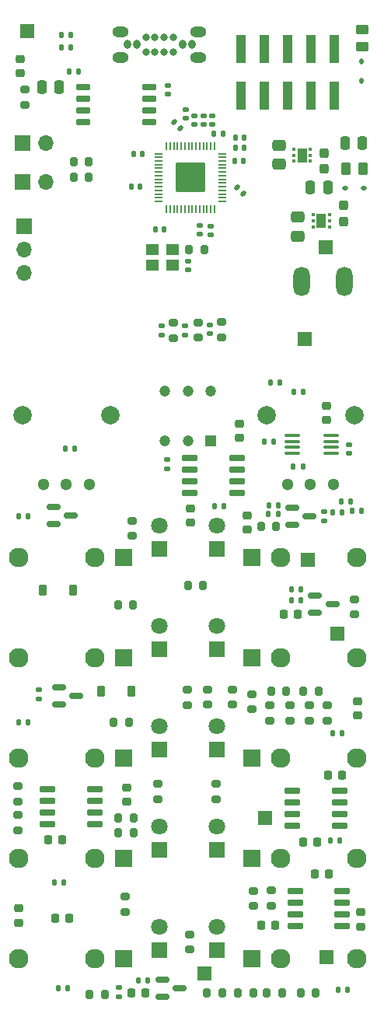
<source format=gbr>
%TF.GenerationSoftware,KiCad,Pcbnew,7.0.10-7.0.10~ubuntu22.04.1*%
%TF.CreationDate,2024-03-13T10:21:15+00:00*%
%TF.ProjectId,useq1,75736571-312e-46b6-9963-61645f706362,rev?*%
%TF.SameCoordinates,Original*%
%TF.FileFunction,Soldermask,Top*%
%TF.FilePolarity,Negative*%
%FSLAX46Y46*%
G04 Gerber Fmt 4.6, Leading zero omitted, Abs format (unit mm)*
G04 Created by KiCad (PCBNEW 7.0.10-7.0.10~ubuntu22.04.1) date 2024-03-13 10:21:15*
%MOMM*%
%LPD*%
G01*
G04 APERTURE LIST*
G04 Aperture macros list*
%AMRoundRect*
0 Rectangle with rounded corners*
0 $1 Rounding radius*
0 $2 $3 $4 $5 $6 $7 $8 $9 X,Y pos of 4 corners*
0 Add a 4 corners polygon primitive as box body*
4,1,4,$2,$3,$4,$5,$6,$7,$8,$9,$2,$3,0*
0 Add four circle primitives for the rounded corners*
1,1,$1+$1,$2,$3*
1,1,$1+$1,$4,$5*
1,1,$1+$1,$6,$7*
1,1,$1+$1,$8,$9*
0 Add four rect primitives between the rounded corners*
20,1,$1+$1,$2,$3,$4,$5,0*
20,1,$1+$1,$4,$5,$6,$7,0*
20,1,$1+$1,$6,$7,$8,$9,0*
20,1,$1+$1,$8,$9,$2,$3,0*%
G04 Aperture macros list end*
%ADD10RoundRect,0.150000X-0.587500X-0.150000X0.587500X-0.150000X0.587500X0.150000X-0.587500X0.150000X0*%
%ADD11RoundRect,0.200000X-0.275000X0.200000X-0.275000X-0.200000X0.275000X-0.200000X0.275000X0.200000X0*%
%ADD12RoundRect,0.135000X-0.135000X-0.185000X0.135000X-0.185000X0.135000X0.185000X-0.135000X0.185000X0*%
%ADD13RoundRect,0.250000X-0.450000X0.262500X-0.450000X-0.262500X0.450000X-0.262500X0.450000X0.262500X0*%
%ADD14RoundRect,0.135000X0.185000X-0.135000X0.185000X0.135000X-0.185000X0.135000X-0.185000X-0.135000X0*%
%ADD15RoundRect,0.135000X0.135000X0.185000X-0.135000X0.185000X-0.135000X-0.185000X0.135000X-0.185000X0*%
%ADD16RoundRect,0.225000X-0.225000X-0.250000X0.225000X-0.250000X0.225000X0.250000X-0.225000X0.250000X0*%
%ADD17RoundRect,0.150000X-0.725000X-0.150000X0.725000X-0.150000X0.725000X0.150000X-0.725000X0.150000X0*%
%ADD18RoundRect,0.200000X-0.200000X-0.275000X0.200000X-0.275000X0.200000X0.275000X-0.200000X0.275000X0*%
%ADD19RoundRect,0.200000X0.275000X-0.200000X0.275000X0.200000X-0.275000X0.200000X-0.275000X-0.200000X0*%
%ADD20RoundRect,0.140000X0.140000X0.170000X-0.140000X0.170000X-0.140000X-0.170000X0.140000X-0.170000X0*%
%ADD21R,1.700000X1.700000*%
%ADD22O,1.700000X1.700000*%
%ADD23RoundRect,0.200000X0.200000X0.275000X-0.200000X0.275000X-0.200000X-0.275000X0.200000X-0.275000X0*%
%ADD24RoundRect,0.140000X-0.170000X0.140000X-0.170000X-0.140000X0.170000X-0.140000X0.170000X0.140000X0*%
%ADD25R,1.500000X1.500000*%
%ADD26RoundRect,0.225000X-0.250000X0.225000X-0.250000X-0.225000X0.250000X-0.225000X0.250000X0.225000X0*%
%ADD27RoundRect,0.140000X0.170000X-0.140000X0.170000X0.140000X-0.170000X0.140000X-0.170000X-0.140000X0*%
%ADD28RoundRect,0.050000X-0.387500X-0.050000X0.387500X-0.050000X0.387500X0.050000X-0.387500X0.050000X0*%
%ADD29RoundRect,0.050000X-0.050000X-0.387500X0.050000X-0.387500X0.050000X0.387500X-0.050000X0.387500X0*%
%ADD30RoundRect,0.144000X-1.456000X-1.456000X1.456000X-1.456000X1.456000X1.456000X-1.456000X1.456000X0*%
%ADD31RoundRect,0.225000X0.250000X-0.225000X0.250000X0.225000X-0.250000X0.225000X-0.250000X-0.225000X0*%
%ADD32RoundRect,0.250000X-0.262500X-0.450000X0.262500X-0.450000X0.262500X0.450000X-0.262500X0.450000X0*%
%ADD33RoundRect,0.140000X0.219203X0.021213X0.021213X0.219203X-0.219203X-0.021213X-0.021213X-0.219203X0*%
%ADD34RoundRect,0.250000X-0.250000X-0.475000X0.250000X-0.475000X0.250000X0.475000X-0.250000X0.475000X0*%
%ADD35RoundRect,0.140000X-0.140000X-0.170000X0.140000X-0.170000X0.140000X0.170000X-0.140000X0.170000X0*%
%ADD36RoundRect,0.225000X-0.225000X-0.375000X0.225000X-0.375000X0.225000X0.375000X-0.225000X0.375000X0*%
%ADD37R,1.000000X3.150000*%
%ADD38RoundRect,0.250000X-0.475000X0.337500X-0.475000X-0.337500X0.475000X-0.337500X0.475000X0.337500X0*%
%ADD39RoundRect,0.093750X-0.093750X-0.106250X0.093750X-0.106250X0.093750X0.106250X-0.093750X0.106250X0*%
%ADD40R,1.000000X1.600000*%
%ADD41RoundRect,0.100000X-0.712500X-0.100000X0.712500X-0.100000X0.712500X0.100000X-0.712500X0.100000X0*%
%ADD42RoundRect,0.225000X0.225000X0.250000X-0.225000X0.250000X-0.225000X-0.250000X0.225000X-0.250000X0*%
%ADD43RoundRect,0.218750X-0.256250X0.218750X-0.256250X-0.218750X0.256250X-0.218750X0.256250X0.218750X0*%
%ADD44R,1.400000X1.200000*%
%ADD45RoundRect,0.237500X-0.237500X0.300000X-0.237500X-0.300000X0.237500X-0.300000X0.237500X0.300000X0*%
%ADD46RoundRect,0.112500X0.187500X0.112500X-0.187500X0.112500X-0.187500X-0.112500X0.187500X-0.112500X0*%
%ADD47RoundRect,0.112500X0.112500X-0.187500X0.112500X0.187500X-0.112500X0.187500X-0.112500X-0.187500X0*%
%ADD48RoundRect,0.150000X-0.650000X-0.150000X0.650000X-0.150000X0.650000X0.150000X-0.650000X0.150000X0*%
%ADD49RoundRect,0.140000X-0.219203X-0.021213X-0.021213X-0.219203X0.219203X0.021213X0.021213X0.219203X0*%
%ADD50O,1.800000X3.200000*%
%ADD51R,1.800000X1.800000*%
%ADD52C,1.800000*%
%ADD53R,1.830000X1.930000*%
%ADD54C,2.130000*%
%ADD55R,1.200000X1.200000*%
%ADD56C,1.200000*%
%ADD57C,2.000000*%
%ADD58C,1.300000*%
%ADD59O,1.800000X1.200000*%
%ADD60O,0.800000X1.000000*%
%ADD61C,0.800000*%
G04 APERTURE END LIST*
D10*
%TO.C,U6*%
X177275000Y-73600000D03*
X177275000Y-75500000D03*
X179150000Y-74550000D03*
%TD*%
D11*
%TO.C,R26*%
X169050000Y-103725000D03*
X169050000Y-105375000D03*
%TD*%
D12*
%TO.C,R14*%
X183840000Y-74000000D03*
X184860000Y-74000000D03*
%TD*%
%TO.C,R63*%
X151380000Y-114450000D03*
X152400000Y-114450000D03*
%TD*%
D13*
%TO.C,FB2*%
X184900000Y-21585000D03*
X184900000Y-23410000D03*
%TD*%
D14*
%TO.C,R5*%
X149700000Y-94500000D03*
X149700000Y-93480000D03*
%TD*%
D15*
%TO.C,R3*%
X153170000Y-22180000D03*
X152150000Y-22180000D03*
%TD*%
D16*
%TO.C,C25*%
X181200000Y-102800000D03*
X182750000Y-102800000D03*
%TD*%
D17*
%TO.C,U10*%
X150675000Y-104295000D03*
X150675000Y-105565000D03*
X150675000Y-106835000D03*
X150675000Y-108105000D03*
X155825000Y-108105000D03*
X155825000Y-106835000D03*
X155825000Y-105565000D03*
X155825000Y-104295000D03*
%TD*%
D12*
%TO.C,R12*%
X174240000Y-66400000D03*
X175260000Y-66400000D03*
%TD*%
D18*
%TO.C,R28*%
X165950000Y-82100000D03*
X167600000Y-82100000D03*
%TD*%
D19*
%TO.C,R39*%
X181100000Y-96800000D03*
X181100000Y-95150000D03*
%TD*%
D20*
%TO.C,C20*%
X160710000Y-38700000D03*
X159750000Y-38700000D03*
%TD*%
D21*
%TO.C,J15*%
X148100000Y-42995000D03*
D22*
X148100000Y-45535000D03*
X148100000Y-48075000D03*
%TD*%
D15*
%TO.C,R17*%
X178260000Y-82550000D03*
X177240000Y-82550000D03*
%TD*%
D23*
%TO.C,R66*%
X156875000Y-126650000D03*
X155225000Y-126650000D03*
%TD*%
D11*
%TO.C,R51*%
X177050000Y-95175000D03*
X177050000Y-96825000D03*
%TD*%
D24*
%TO.C,C7*%
X183500000Y-66750000D03*
X183500000Y-67710000D03*
%TD*%
D25*
%TO.C,TP9*%
X167750000Y-124350000D03*
%TD*%
D26*
%TO.C,C40*%
X184750000Y-117700000D03*
X184750000Y-119250000D03*
%TD*%
D27*
%TO.C,C36*%
X163050000Y-54800000D03*
X163050000Y-53840000D03*
%TD*%
D15*
%TO.C,R59*%
X182750000Y-98180000D03*
X181730000Y-98180000D03*
%TD*%
D11*
%TO.C,R45*%
X179150000Y-95175000D03*
X179150000Y-96825000D03*
%TD*%
D23*
%TO.C,R48*%
X160025000Y-109000000D03*
X158375000Y-109000000D03*
%TD*%
D25*
%TO.C,TP1*%
X148440000Y-21730000D03*
%TD*%
D17*
%TO.C,U2*%
X166175000Y-68195000D03*
X166175000Y-69465000D03*
X166175000Y-70735000D03*
X166175000Y-72005000D03*
X171325000Y-72005000D03*
X171325000Y-70735000D03*
X171325000Y-69465000D03*
X171325000Y-68195000D03*
%TD*%
D26*
%TO.C,C22*%
X171550000Y-64475000D03*
X171550000Y-66025000D03*
%TD*%
D10*
%TO.C,Q1*%
X151325000Y-73550000D03*
X151325000Y-75450000D03*
X153200000Y-74500000D03*
%TD*%
D28*
%TO.C,U7*%
X162787500Y-35075000D03*
X162787500Y-35475000D03*
X162787500Y-35875000D03*
X162787500Y-36275000D03*
X162787500Y-36675000D03*
X162787500Y-37075000D03*
X162787500Y-37475000D03*
X162787500Y-37875000D03*
X162787500Y-38275000D03*
X162787500Y-38675000D03*
X162787500Y-39075000D03*
X162787500Y-39475000D03*
X162787500Y-39875000D03*
X162787500Y-40275000D03*
D29*
X163625000Y-41112500D03*
X164025000Y-41112500D03*
X164425000Y-41112500D03*
X164825000Y-41112500D03*
X165225000Y-41112500D03*
X165625000Y-41112500D03*
X166025000Y-41112500D03*
X166425000Y-41112500D03*
X166825000Y-41112500D03*
X167225000Y-41112500D03*
X167625000Y-41112500D03*
X168025000Y-41112500D03*
X168425000Y-41112500D03*
X168825000Y-41112500D03*
D28*
X169662500Y-40275000D03*
X169662500Y-39875000D03*
X169662500Y-39475000D03*
X169662500Y-39075000D03*
X169662500Y-38675000D03*
X169662500Y-38275000D03*
X169662500Y-37875000D03*
X169662500Y-37475000D03*
X169662500Y-37075000D03*
X169662500Y-36675000D03*
X169662500Y-36275000D03*
X169662500Y-35875000D03*
X169662500Y-35475000D03*
X169662500Y-35075000D03*
D29*
X168825000Y-34237500D03*
X168425000Y-34237500D03*
X168025000Y-34237500D03*
X167625000Y-34237500D03*
X167225000Y-34237500D03*
X166825000Y-34237500D03*
X166425000Y-34237500D03*
X166025000Y-34237500D03*
X165625000Y-34237500D03*
X165225000Y-34237500D03*
X164825000Y-34237500D03*
X164425000Y-34237500D03*
X164025000Y-34237500D03*
X163625000Y-34237500D03*
D30*
X166225000Y-37675000D03*
%TD*%
D31*
%TO.C,C39*%
X184450000Y-96250000D03*
X184450000Y-94700000D03*
%TD*%
D15*
%TO.C,R61*%
X183310000Y-126100000D03*
X182290000Y-126100000D03*
%TD*%
D24*
%TO.C,C10*%
X168450000Y-42970000D03*
X168450000Y-43930000D03*
%TD*%
D23*
%TO.C,R38*%
X180175000Y-93600000D03*
X178525000Y-93600000D03*
%TD*%
D27*
%TO.C,C34*%
X168350000Y-54710000D03*
X168350000Y-53750000D03*
%TD*%
D25*
%TO.C,TP5*%
X178700000Y-55300000D03*
%TD*%
%TO.C,TP7*%
X181000000Y-122550000D03*
%TD*%
D15*
%TO.C,R60*%
X182460000Y-109850000D03*
X181440000Y-109850000D03*
%TD*%
D12*
%TO.C,R19*%
X174740000Y-73350000D03*
X175760000Y-73350000D03*
%TD*%
D11*
%TO.C,R49*%
X173050000Y-115350000D03*
X173050000Y-117000000D03*
%TD*%
D16*
%TO.C,C30*%
X173924000Y-119116000D03*
X175474000Y-119116000D03*
%TD*%
D32*
%TO.C,FB1*%
X183197500Y-36730000D03*
X185022500Y-36730000D03*
%TD*%
D11*
%TO.C,R35*%
X159100000Y-115975000D03*
X159100000Y-117625000D03*
%TD*%
D15*
%TO.C,R29*%
X154030000Y-26130000D03*
X153010000Y-26130000D03*
%TD*%
D14*
%TO.C,R7*%
X163650000Y-69420000D03*
X163650000Y-68400000D03*
%TD*%
D18*
%TO.C,R18*%
X173925000Y-75650000D03*
X175575000Y-75650000D03*
%TD*%
D20*
%TO.C,C18*%
X160980000Y-35150000D03*
X160020000Y-35150000D03*
%TD*%
D23*
%TO.C,R52*%
X176175000Y-126470000D03*
X174525000Y-126470000D03*
%TD*%
D31*
%TO.C,C31*%
X159300000Y-105675000D03*
X159300000Y-104125000D03*
%TD*%
D33*
%TO.C,C11*%
X165100000Y-32300000D03*
X164421178Y-31621178D03*
%TD*%
D25*
%TO.C,TP6*%
X174350000Y-107400000D03*
%TD*%
D19*
%TO.C,R27*%
X168100000Y-95100000D03*
X168100000Y-93450000D03*
%TD*%
D34*
%TO.C,C4*%
X179290000Y-38780000D03*
X181190000Y-38780000D03*
%TD*%
D35*
%TO.C,C24*%
X171020000Y-35850000D03*
X171980000Y-35850000D03*
%TD*%
D36*
%TO.C,D2*%
X150100000Y-82650000D03*
X153400000Y-82650000D03*
%TD*%
D11*
%TO.C,R42*%
X167050000Y-53450000D03*
X167050000Y-55100000D03*
%TD*%
D23*
%TO.C,R36*%
X167745000Y-45500000D03*
X166095000Y-45500000D03*
%TD*%
D12*
%TO.C,R8*%
X168840000Y-73450000D03*
X169860000Y-73450000D03*
%TD*%
D19*
%TO.C,R56*%
X147450000Y-108750000D03*
X147450000Y-107100000D03*
%TD*%
D18*
%TO.C,R33*%
X157875000Y-97000000D03*
X159525000Y-97000000D03*
%TD*%
D37*
%TO.C,H1*%
X171750000Y-28760000D03*
X171750000Y-23710000D03*
X174290000Y-28760000D03*
X174290000Y-23710000D03*
X176830000Y-28760000D03*
X176830000Y-23710000D03*
X179370000Y-28760000D03*
X179370000Y-23710000D03*
X181910000Y-28760000D03*
X181910000Y-23710000D03*
%TD*%
D10*
%TO.C,U5*%
X179812500Y-83200000D03*
X179812500Y-85100000D03*
X181687500Y-84150000D03*
%TD*%
D21*
%TO.C,J8*%
X147925000Y-33950000D03*
D22*
X150465000Y-33950000D03*
%TD*%
D15*
%TO.C,R4*%
X148510000Y-74550000D03*
X147490000Y-74550000D03*
%TD*%
D38*
%TO.C,C8*%
X177900000Y-42002500D03*
X177900000Y-44077500D03*
%TD*%
D23*
%TO.C,R31*%
X155175000Y-36000000D03*
X153525000Y-36000000D03*
%TD*%
D35*
%TO.C,C12*%
X168780000Y-32880000D03*
X169740000Y-32880000D03*
%TD*%
D12*
%TO.C,R10*%
X181740000Y-74150000D03*
X182760000Y-74150000D03*
%TD*%
D11*
%TO.C,R43*%
X164350000Y-53515000D03*
X164350000Y-55165000D03*
%TD*%
D24*
%TO.C,R22*%
X168625000Y-30955000D03*
X168625000Y-31915000D03*
%TD*%
D12*
%TO.C,R9*%
X182640000Y-72950000D03*
X183660000Y-72950000D03*
%TD*%
D23*
%TO.C,R44*%
X176650000Y-93600000D03*
X175000000Y-93600000D03*
%TD*%
D39*
%TO.C,U4*%
X179567500Y-41755000D03*
X179567500Y-42405000D03*
X179567500Y-43055000D03*
X181342500Y-43055000D03*
X181342500Y-42405000D03*
X181342500Y-41755000D03*
D40*
X180455000Y-42405000D03*
%TD*%
D16*
%TO.C,C29*%
X179775000Y-113550000D03*
X181325000Y-113550000D03*
%TD*%
D41*
%TO.C,U3*%
X177337500Y-65775000D03*
X177337500Y-66425000D03*
X177337500Y-67075000D03*
X177337500Y-67725000D03*
X181562500Y-67725000D03*
X181562500Y-67075000D03*
X181562500Y-66425000D03*
X181562500Y-65775000D03*
%TD*%
D42*
%TO.C,C42*%
X153000000Y-118350000D03*
X151450000Y-118350000D03*
%TD*%
D31*
%TO.C,C23*%
X166250000Y-75250000D03*
X166250000Y-73700000D03*
%TD*%
D19*
%TO.C,R65*%
X148150000Y-29775000D03*
X148150000Y-28125000D03*
%TD*%
D43*
%TO.C,D15*%
X147650000Y-24775000D03*
X147650000Y-26350000D03*
%TD*%
D27*
%TO.C,C35*%
X165650000Y-54800000D03*
X165650000Y-53840000D03*
%TD*%
D26*
%TO.C,C19*%
X181032000Y-62550000D03*
X181032000Y-64100000D03*
%TD*%
D11*
%TO.C,R34*%
X162700000Y-103725000D03*
X162700000Y-105375000D03*
%TD*%
D15*
%TO.C,R16*%
X178260000Y-83750000D03*
X177240000Y-83750000D03*
%TD*%
D10*
%TO.C,Q2*%
X151875000Y-93200000D03*
X151875000Y-95100000D03*
X153750000Y-94150000D03*
%TD*%
D44*
%TO.C,Y1*%
X162100000Y-47200000D03*
X164300000Y-47200000D03*
X164300000Y-45500000D03*
X162100000Y-45500000D03*
%TD*%
D15*
%TO.C,R20*%
X175750000Y-74350000D03*
X174730000Y-74350000D03*
%TD*%
D45*
%TO.C,C1*%
X180750000Y-34987500D03*
X180750000Y-36712500D03*
%TD*%
D24*
%TO.C,C33*%
X163800000Y-27670000D03*
X163800000Y-28630000D03*
%TD*%
D11*
%TO.C,R54*%
X174900000Y-95175000D03*
X174900000Y-96825000D03*
%TD*%
%TO.C,R53*%
X172950000Y-93925000D03*
X172950000Y-95575000D03*
%TD*%
D31*
%TO.C,C41*%
X147550000Y-118825000D03*
X147550000Y-117275000D03*
%TD*%
D26*
%TO.C,C13*%
X172400000Y-74475000D03*
X172400000Y-76025000D03*
%TD*%
D11*
%TO.C,R23*%
X159850000Y-75050000D03*
X159850000Y-76700000D03*
%TD*%
%TO.C,R32*%
X166100000Y-120100000D03*
X166100000Y-121750000D03*
%TD*%
D35*
%TO.C,C15*%
X171100000Y-33310000D03*
X172060000Y-33310000D03*
%TD*%
D17*
%TO.C,U9*%
X177625000Y-115395000D03*
X177625000Y-116665000D03*
X177625000Y-117935000D03*
X177625000Y-119205000D03*
X182775000Y-119205000D03*
X182775000Y-117935000D03*
X182775000Y-116665000D03*
X182775000Y-115395000D03*
%TD*%
D38*
%TO.C,C2*%
X175900000Y-34175000D03*
X175900000Y-36250000D03*
%TD*%
D15*
%TO.C,R6*%
X153210000Y-23490000D03*
X152190000Y-23490000D03*
%TD*%
D18*
%TO.C,R40*%
X168025000Y-126450000D03*
X169675000Y-126450000D03*
%TD*%
%TO.C,R24*%
X158325000Y-84250000D03*
X159975000Y-84250000D03*
%TD*%
D34*
%TO.C,C3*%
X183060000Y-33890000D03*
X184960000Y-33890000D03*
%TD*%
D46*
%TO.C,D3*%
X185140000Y-38810000D03*
X183040000Y-38810000D03*
%TD*%
D35*
%TO.C,C6*%
X177504000Y-61032000D03*
X178464000Y-61032000D03*
%TD*%
D14*
%TO.C,R67*%
X158450000Y-126860000D03*
X158450000Y-125840000D03*
%TD*%
D15*
%TO.C,R68*%
X161560000Y-125150000D03*
X160540000Y-125150000D03*
%TD*%
D14*
%TO.C,R1*%
X180750000Y-75060000D03*
X180750000Y-74040000D03*
%TD*%
D24*
%TO.C,C28*%
X165950000Y-46770000D03*
X165950000Y-47730000D03*
%TD*%
D42*
%TO.C,C38*%
X161325000Y-126450000D03*
X159775000Y-126450000D03*
%TD*%
D27*
%TO.C,C16*%
X165725000Y-31235000D03*
X165725000Y-30275000D03*
%TD*%
D19*
%TO.C,R15*%
X184050000Y-85275000D03*
X184050000Y-83625000D03*
%TD*%
D47*
%TO.C,D4*%
X184890000Y-27140000D03*
X184890000Y-25040000D03*
%TD*%
D12*
%TO.C,R11*%
X174934000Y-60016000D03*
X175954000Y-60016000D03*
%TD*%
D45*
%TO.C,C5*%
X182930000Y-40717500D03*
X182930000Y-42442500D03*
%TD*%
D11*
%TO.C,R50*%
X170800000Y-93425000D03*
X170800000Y-95075000D03*
%TD*%
D42*
%TO.C,C32*%
X152250000Y-109800000D03*
X150700000Y-109800000D03*
%TD*%
D25*
%TO.C,TP2*%
X180990000Y-45250000D03*
%TD*%
D20*
%TO.C,C27*%
X163380000Y-43300000D03*
X162420000Y-43300000D03*
%TD*%
D35*
%TO.C,C37*%
X171120000Y-34400000D03*
X172080000Y-34400000D03*
%TD*%
D21*
%TO.C,J7*%
X147975000Y-38200000D03*
D22*
X150515000Y-38200000D03*
%TD*%
D42*
%TO.C,C9*%
X177925000Y-85250000D03*
X176375000Y-85250000D03*
%TD*%
D18*
%TO.C,R46*%
X171425000Y-126450000D03*
X173075000Y-126450000D03*
%TD*%
D25*
%TO.C,TP4*%
X179000000Y-79320000D03*
%TD*%
D12*
%TO.C,R62*%
X147490000Y-97000000D03*
X148510000Y-97000000D03*
%TD*%
D15*
%TO.C,R2*%
X153610000Y-67200000D03*
X152590000Y-67200000D03*
%TD*%
D12*
%TO.C,R13*%
X177440000Y-69150000D03*
X178460000Y-69150000D03*
%TD*%
D42*
%TO.C,C26*%
X180025000Y-110050000D03*
X178475000Y-110050000D03*
%TD*%
D24*
%TO.C,R21*%
X167625000Y-30955000D03*
X167625000Y-31915000D03*
%TD*%
D17*
%TO.C,U8*%
X177325000Y-104495000D03*
X177325000Y-105765000D03*
X177325000Y-107035000D03*
X177325000Y-108305000D03*
X182475000Y-108305000D03*
X182475000Y-107035000D03*
X182475000Y-105765000D03*
X182475000Y-104495000D03*
%TD*%
D34*
%TO.C,R30*%
X150050000Y-27850000D03*
X151950000Y-27850000D03*
%TD*%
D10*
%TO.C,U12*%
X163175000Y-125000000D03*
X163175000Y-126900000D03*
X165050000Y-125950000D03*
%TD*%
D11*
%TO.C,R25*%
X165900000Y-93475000D03*
X165900000Y-95125000D03*
%TD*%
D39*
%TO.C,U1*%
X177512500Y-34612500D03*
X177512500Y-35262500D03*
X177512500Y-35912500D03*
X179287500Y-35912500D03*
X179287500Y-35262500D03*
X179287500Y-34612500D03*
D40*
X178400000Y-35262500D03*
%TD*%
D18*
%TO.C,R57*%
X158375000Y-107400000D03*
X160025000Y-107400000D03*
%TD*%
D27*
%TO.C,C14*%
X166650000Y-31905000D03*
X166650000Y-30945000D03*
%TD*%
D19*
%TO.C,R58*%
X175050000Y-116975000D03*
X175050000Y-115325000D03*
%TD*%
D23*
%TO.C,R37*%
X155175000Y-37650000D03*
X153525000Y-37650000D03*
%TD*%
D48*
%TO.C,U11*%
X154500000Y-27845000D03*
X154500000Y-29115000D03*
X154500000Y-30385000D03*
X154500000Y-31655000D03*
X161700000Y-31655000D03*
X161700000Y-30385000D03*
X161700000Y-29115000D03*
X161700000Y-27845000D03*
%TD*%
D11*
%TO.C,R41*%
X169600000Y-53435000D03*
X169600000Y-55085000D03*
%TD*%
D18*
%TO.C,R55*%
X178225000Y-126450000D03*
X179875000Y-126450000D03*
%TD*%
D36*
%TO.C,D1*%
X156500000Y-93650000D03*
X159800000Y-93650000D03*
%TD*%
D11*
%TO.C,R47*%
X147400000Y-103950000D03*
X147400000Y-105600000D03*
%TD*%
D24*
%TO.C,C21*%
X167200000Y-42890000D03*
X167200000Y-43850000D03*
%TD*%
D12*
%TO.C,R64*%
X151840000Y-125950000D03*
X152860000Y-125950000D03*
%TD*%
D25*
%TO.C,TP3*%
X182250000Y-87350000D03*
%TD*%
D49*
%TO.C,C17*%
X171271178Y-38721178D03*
X171950000Y-39400000D03*
%TD*%
D50*
%TO.C,SW2*%
X183000000Y-49030000D03*
X178300000Y-49030000D03*
%TD*%
D51*
%TO.C,D9*%
X169090000Y-89040000D03*
D52*
X169090000Y-86500000D03*
%TD*%
D53*
%TO.C,J11*%
X172945000Y-122750000D03*
D54*
X184345000Y-122750000D03*
X176045000Y-122750000D03*
%TD*%
D51*
%TO.C,D13*%
X162800000Y-110880000D03*
D52*
X162800000Y-108340000D03*
%TD*%
D53*
%TO.C,J13*%
X158925000Y-111800000D03*
D54*
X147525000Y-111800000D03*
X155825000Y-111800000D03*
%TD*%
D51*
%TO.C,D10*%
X169100000Y-78140000D03*
D52*
X169100000Y-75600000D03*
%TD*%
D51*
%TO.C,D5*%
X162800000Y-78125000D03*
D52*
X162800000Y-75585000D03*
%TD*%
D53*
%TO.C,J5*%
X172945000Y-89975000D03*
D54*
X184345000Y-89975000D03*
X176045000Y-89975000D03*
%TD*%
D53*
%TO.C,J10*%
X172945000Y-111825000D03*
D54*
X184345000Y-111825000D03*
X176045000Y-111825000D03*
%TD*%
D55*
%TO.C,SW1*%
X168450000Y-66350000D03*
D56*
X165950000Y-66350000D03*
X163450000Y-66350000D03*
X168450000Y-60950000D03*
X165950000Y-60950000D03*
X163450000Y-60950000D03*
%TD*%
D51*
%TO.C,D14*%
X162800000Y-121825000D03*
D52*
X162800000Y-119285000D03*
%TD*%
D53*
%TO.C,J9*%
X172945000Y-100900000D03*
D54*
X184345000Y-100900000D03*
X176045000Y-100900000D03*
%TD*%
D51*
%TO.C,D6*%
X162800000Y-89040000D03*
D52*
X162800000Y-86500000D03*
%TD*%
D51*
%TO.C,D8*%
X169100000Y-110925000D03*
D52*
X169100000Y-108385000D03*
%TD*%
D57*
%TO.C,RV2*%
X157500000Y-63587500D03*
X147900000Y-63587500D03*
D58*
X155200000Y-71087500D03*
X152700000Y-71087500D03*
X150200000Y-71087500D03*
%TD*%
D53*
%TO.C,J2*%
X158925000Y-79025000D03*
D54*
X147525000Y-79025000D03*
X155825000Y-79025000D03*
%TD*%
D51*
%TO.C,D12*%
X162800000Y-99975000D03*
D52*
X162800000Y-97435000D03*
%TD*%
D53*
%TO.C,J12*%
X158925000Y-100875000D03*
D54*
X147525000Y-100875000D03*
X155825000Y-100875000D03*
%TD*%
D59*
%TO.C,J1*%
X167090000Y-24640000D03*
X167090000Y-21780000D03*
X158640000Y-24640000D03*
X158640000Y-21780000D03*
D60*
X159365000Y-23210000D03*
X160365000Y-23210000D03*
D61*
X161365000Y-24035000D03*
X162365000Y-24035000D03*
X163365000Y-24035000D03*
X164365000Y-24035000D03*
D60*
X165365000Y-23210000D03*
X166365000Y-23210000D03*
D61*
X164365000Y-22385000D03*
X163365000Y-22385000D03*
X162365000Y-22385000D03*
X161365000Y-22385000D03*
%TD*%
D57*
%TO.C,RV1*%
X184100000Y-63587500D03*
X174500000Y-63587500D03*
D58*
X181800000Y-71087500D03*
X179300000Y-71087500D03*
X176800000Y-71087500D03*
%TD*%
D51*
%TO.C,D11*%
X169100000Y-121850000D03*
D52*
X169100000Y-119310000D03*
%TD*%
D53*
%TO.C,J14*%
X158925000Y-122725000D03*
D54*
X147525000Y-122725000D03*
X155825000Y-122725000D03*
%TD*%
D53*
%TO.C,J4*%
X172945000Y-79050000D03*
D54*
X184345000Y-79050000D03*
X176045000Y-79050000D03*
%TD*%
D53*
%TO.C,J3*%
X158925000Y-89950000D03*
D54*
X147525000Y-89950000D03*
X155825000Y-89950000D03*
%TD*%
D51*
%TO.C,D7*%
X169100000Y-100000000D03*
D52*
X169100000Y-97460000D03*
%TD*%
M02*

</source>
